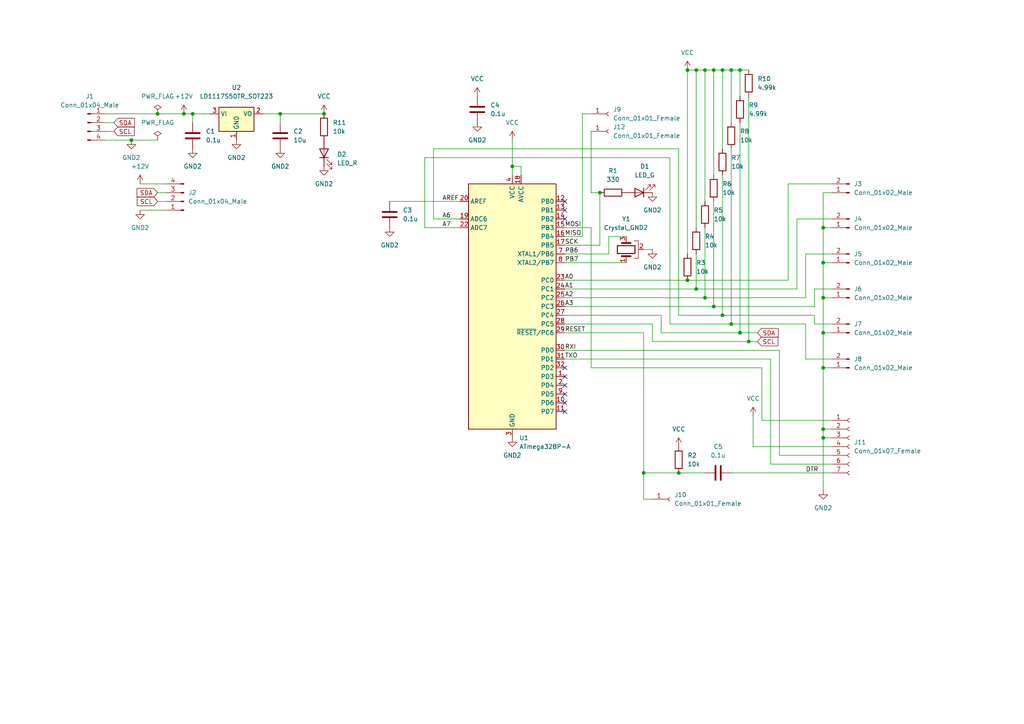
<source format=kicad_sch>
(kicad_sch (version 20230121) (generator eeschema)
  (paper "A4")
  (lib_symbols
    (symbol "Connector:Conn_01x01_Female" (pin_names (offset 1.016) hide)
      (property "Reference" "J" (at 0 2.54 0))
      (property "Value" "Conn_01x01_Female" (at 0 -2.54 0))
      (symbol "Conn_01x01_Female_1_1"
        (polyline (pts (xy -1.27 0) (xy -0.508 0)) (stroke (width 0.1524)))
        (arc (start 0 0.508) (mid -0.5058 0) (end 0 -0.508) (stroke (width 0.1524)))
        (pin passive line (at -5.08 0 0) (length 3.81) (name "Pin_1") (number "1"))
      )
    )
    (symbol "Connector:Conn_01x02_Male" (pin_names (offset 1.016) hide)
      (property "Reference" "J" (at 0 2.54 0))
      (property "Value" "Conn_01x02_Male" (at 0 -5.08 0))
      (symbol "Conn_01x02_Male_1_1"
        (polyline (pts (xy 1.27 -2.54) (xy 0.8636 -2.54)) (stroke (width 0.1524)))
        (polyline (pts (xy 1.27 0) (xy 0.8636 0)) (stroke (width 0.1524)))
        (rectangle (start 0.8636 -2.413) (end 0 -2.667) (stroke (width 0.1524)) (fill (type outline)))
        (rectangle (start 0.8636 0.127) (end 0 -0.127) (stroke (width 0.1524)) (fill (type outline)))
        (pin passive line (at 5.08 0 180) (length 3.81) (name "Pin_1") (number "1"))
        (pin passive line (at 5.08 -2.54 180) (length 3.81) (name "Pin_2") (number "2"))
      )
    )
    (symbol "Connector:Conn_01x04_Male" (pin_names (offset 1.016) hide)
      (property "Reference" "J" (at 0 5.08 0))
      (property "Value" "Conn_01x04_Male" (at 0 -7.62 0))
      (symbol "Conn_01x04_Male_1_1"
        (polyline (pts (xy 1.27 -5.08) (xy 0.8636 -5.08)) (stroke (width 0.1524)))
        (polyline (pts (xy 1.27 -2.54) (xy 0.8636 -2.54)) (stroke (width 0.1524)))
        (polyline (pts (xy 1.27 0) (xy 0.8636 0)) (stroke (width 0.1524)))
        (polyline (pts (xy 1.27 2.54) (xy 0.8636 2.54)) (stroke (width 0.1524)))
        (rectangle (start 0.8636 -4.953) (end 0 -5.207) (stroke (width 0.1524)) (fill (type outline)))
        (rectangle (start 0.8636 -2.413) (end 0 -2.667) (stroke (width 0.1524)) (fill (type outline)))
        (rectangle (start 0.8636 0.127) (end 0 -0.127) (stroke (width 0.1524)) (fill (type outline)))
        (rectangle (start 0.8636 2.667) (end 0 2.413) (stroke (width 0.1524)) (fill (type outline)))
        (pin passive line (at 5.08 2.54 180) (length 3.81) (name "Pin_1") (number "1"))
        (pin passive line (at 5.08 0 180) (length 3.81) (name "Pin_2") (number "2"))
        (pin passive line (at 5.08 -2.54 180) (length 3.81) (name "Pin_3") (number "3"))
        (pin passive line (at 5.08 -5.08 180) (length 3.81) (name "Pin_4") (number "4"))
      )
    )
    (symbol "Connector:Conn_01x07_Female" (pin_names (offset 1.016) hide)
      (property "Reference" "J" (at 0 10.16 0))
      (property "Value" "Conn_01x07_Female" (at 0 -10.16 0))
      (symbol "Conn_01x07_Female_1_1"
        (arc (start 0 -7.112) (mid -0.5058 -7.62) (end 0 -8.128) (stroke (width 0.1524)))
        (arc (start 0 -4.572) (mid -0.5058 -5.08) (end 0 -5.588) (stroke (width 0.1524)))
        (arc (start 0 -2.032) (mid -0.5058 -2.54) (end 0 -3.048) (stroke (width 0.1524)))
        (polyline (pts (xy -1.27 -7.62) (xy -0.508 -7.62)) (stroke (width 0.1524)))
        (polyline (pts (xy -1.27 -5.08) (xy -0.508 -5.08)) (stroke (width 0.1524)))
        (polyline (pts (xy -1.27 -2.54) (xy -0.508 -2.54)) (stroke (width 0.1524)))
        (polyline (pts (xy -1.27 0) (xy -0.508 0)) (stroke (width 0.1524)))
        (polyline (pts (xy -1.27 2.54) (xy -0.508 2.54)) (stroke (width 0.1524)))
        (polyline (pts (xy -1.27 5.08) (xy -0.508 5.08)) (stroke (width 0.1524)))
        (polyline (pts (xy -1.27 7.62) (xy -0.508 7.62)) (stroke (width 0.1524)))
        (arc (start 0 0.508) (mid -0.5058 0) (end 0 -0.508) (stroke (width 0.1524)))
        (arc (start 0 3.048) (mid -0.5058 2.54) (end 0 2.032) (stroke (width 0.1524)))
        (arc (start 0 5.588) (mid -0.5058 5.08) (end 0 4.572) (stroke (width 0.1524)))
        (arc (start 0 8.128) (mid -0.5058 7.62) (end 0 7.112) (stroke (width 0.1524)))
        (pin passive line (at -5.08 7.62 0) (length 3.81) (name "Pin_1") (number "1"))
        (pin passive line (at -5.08 5.08 0) (length 3.81) (name "Pin_2") (number "2"))
        (pin passive line (at -5.08 2.54 0) (length 3.81) (name "Pin_3") (number "3"))
        (pin passive line (at -5.08 0 0) (length 3.81) (name "Pin_4") (number "4"))
        (pin passive line (at -5.08 -2.54 0) (length 3.81) (name "Pin_5") (number "5"))
        (pin passive line (at -5.08 -5.08 0) (length 3.81) (name "Pin_6") (number "6"))
        (pin passive line (at -5.08 -7.62 0) (length 3.81) (name "Pin_7") (number "7"))
      )
    )
    (symbol "Device:C" (pin_numbers hide) (pin_names (offset 0.254))
      (property "Reference" "C" (at 0.635 2.54 0))
      (property "Value" "C" (at 0.635 -2.54 0))
      (symbol "C_0_1"
        (polyline (pts (xy -2.032 -0.762) (xy 2.032 -0.762)) (stroke (width 0.508)))
        (polyline (pts (xy -2.032 0.762) (xy 2.032 0.762)) (stroke (width 0.508)))
      )
      (symbol "C_1_1"
        (pin passive line (at 0 3.81 270) (length 2.794) (name "~") (number "1"))
        (pin passive line (at 0 -3.81 90) (length 2.794) (name "~") (number "2"))
      )
    )
    (symbol "Device:Crystal_GND2" (pin_names (offset 1.016) hide)
      (property "Reference" "Y" (at 0 5.715 0))
      (property "Value" "Crystal_GND2" (at 0 3.81 0))
      (symbol "Crystal_GND2_0_1"
        (rectangle (start -1.143 2.54) (end 1.143 -2.54) (stroke (width 0.3048)))
        (polyline (pts (xy -2.54 0) (xy -1.905 0)))
        (polyline (pts (xy -1.905 -1.27) (xy -1.905 1.27)) (stroke (width 0.508)))
        (polyline (pts (xy 0 -3.81) (xy 0 -3.556)))
        (polyline (pts (xy 1.905 0) (xy 2.54 0)))
        (polyline (pts (xy 1.905 1.27) (xy 1.905 -1.27)) (stroke (width 0.508)))
        (polyline (pts (xy -2.54 -2.286) (xy -2.54 -3.556) (xy 2.54 -3.556) (xy 2.54 -2.286)))
      )
      (symbol "Crystal_GND2_1_1"
        (pin passive line (at -3.81 0 0) (length 1.27) (name "1") (number "1"))
        (pin passive line (at 0 -5.08 90) (length 1.27) (name "2") (number "2"))
        (pin passive line (at 3.81 0 180) (length 1.27) (name "3") (number "3"))
      )
    )
    (symbol "Device:LED" (pin_numbers hide) (pin_names (offset 1.016) hide)
      (property "Reference" "D" (at 0 2.54 0))
      (property "Value" "LED" (at 0 -2.54 0))
      (symbol "LED_0_1"
        (polyline (pts (xy -1.27 -1.27) (xy -1.27 1.27)) (stroke (width 0.254)))
        (polyline (pts (xy -1.27 0) (xy 1.27 0)))
        (polyline (pts (xy 1.27 -1.27) (xy 1.27 1.27) (xy -1.27 0) (xy 1.27 -1.27)) (stroke (width 0.254)))
        (polyline (pts (xy -3.048 -0.762) (xy -4.572 -2.286) (xy -3.81 -2.286) (xy -4.572 -2.286) (xy -4.572 -1.524)))
        (polyline (pts (xy -1.778 -0.762) (xy -3.302 -2.286) (xy -2.54 -2.286) (xy -3.302 -2.286) (xy -3.302 -1.524)))
      )
      (symbol "LED_1_1"
        (pin passive line (at -3.81 0 0) (length 2.54) (name "K") (number "1"))
        (pin passive line (at 3.81 0 180) (length 2.54) (name "A") (number "2"))
      )
    )
    (symbol "Device:R" (pin_numbers hide) (pin_names (offset 0))
      (property "Reference" "R" (at 2.032 0 90))
      (property "Value" "R" (at 0 0 90))
      (symbol "R_0_1"
        (rectangle (start -1.016 -2.54) (end 1.016 2.54) (stroke (width 0.254)))
      )
      (symbol "R_1_1"
        (pin passive line (at 0 3.81 270) (length 1.27) (name "~") (number "1"))
        (pin passive line (at 0 -3.81 90) (length 1.27) (name "~") (number "2"))
      )
    )
    (symbol "MCU_Microchip_ATmega:ATmega328P-A"
      (property "Reference" "U" (at -12.7 36.83 0))
      (property "Value" "ATmega328P-A" (at 2.54 -36.83 0))
      (symbol "ATmega328P-A_0_1"
        (rectangle (start -12.7 -35.56) (end 12.7 35.56) (stroke (width 0.254)) (fill (type background)))
      )
      (symbol "ATmega328P-A_1_1"
        (pin bidirectional line (at 15.24 -20.32 180) (length 2.54) (name "PD3") (number "1"))
        (pin bidirectional line (at 15.24 -27.94 180) (length 2.54) (name "PD6") (number "10"))
        (pin bidirectional line (at 15.24 -30.48 180) (length 2.54) (name "PD7") (number "11"))
        (pin bidirectional line (at 15.24 30.48 180) (length 2.54) (name "PB0") (number "12"))
        (pin bidirectional line (at 15.24 27.94 180) (length 2.54) (name "PB1") (number "13"))
        (pin bidirectional line (at 15.24 25.4 180) (length 2.54) (name "PB2") (number "14"))
        (pin bidirectional line (at 15.24 22.86 180) (length 2.54) (name "PB3") (number "15"))
        (pin bidirectional line (at 15.24 20.32 180) (length 2.54) (name "PB4") (number "16"))
        (pin bidirectional line (at 15.24 17.78 180) (length 2.54) (name "PB5") (number "17"))
        (pin power_in line (at 2.54 38.1 270) (length 2.54) (name "AVCC") (number "18"))
        (pin input line (at -15.24 25.4 0) (length 2.54) (name "ADC6") (number "19"))
        (pin bidirectional line (at 15.24 -22.86 180) (length 2.54) (name "PD4") (number "2"))
        (pin passive line (at -15.24 30.48 0) (length 2.54) (name "AREF") (number "20"))
        (pin passive line (at 0 -38.1 90) (length 2.54) hide (name "GND") (number "21"))
        (pin input line (at -15.24 22.86 0) (length 2.54) (name "ADC7") (number "22"))
        (pin bidirectional line (at 15.24 7.62 180) (length 2.54) (name "PC0") (number "23"))
        (pin bidirectional line (at 15.24 5.08 180) (length 2.54) (name "PC1") (number "24"))
        (pin bidirectional line (at 15.24 2.54 180) (length 2.54) (name "PC2") (number "25"))
        (pin bidirectional line (at 15.24 0 180) (length 2.54) (name "PC3") (number "26"))
        (pin bidirectional line (at 15.24 -2.54 180) (length 2.54) (name "PC4") (number "27"))
        (pin bidirectional line (at 15.24 -5.08 180) (length 2.54) (name "PC5") (number "28"))
        (pin bidirectional line (at 15.24 -7.62 180) (length 2.54) (name "~{RESET}/PC6") (number "29"))
        (pin power_in line (at 0 -38.1 90) (length 2.54) (name "GND") (number "3"))
        (pin bidirectional line (at 15.24 -12.7 180) (length 2.54) (name "PD0") (number "30"))
        (pin bidirectional line (at 15.24 -15.24 180) (length 2.54) (name "PD1") (number "31"))
        (pin bidirectional line (at 15.24 -17.78 180) (length 2.54) (name "PD2") (number "32"))
        (pin power_in line (at 0 38.1 270) (length 2.54) (name "VCC") (number "4"))
        (pin passive line (at 0 -38.1 90) (length 2.54) hide (name "GND") (number "5"))
        (pin passive line (at 0 38.1 270) (length 2.54) hide (name "VCC") (number "6"))
        (pin bidirectional line (at 15.24 15.24 180) (length 2.54) (name "XTAL1/PB6") (number "7"))
        (pin bidirectional line (at 15.24 12.7 180) (length 2.54) (name "XTAL2/PB7") (number "8"))
        (pin bidirectional line (at 15.24 -25.4 180) (length 2.54) (name "PD5") (number "9"))
      )
    )
    (symbol "Regulator_Linear:LD1117S50TR_SOT223"
      (property "Reference" "U" (at -3.81 3.175 0))
      (property "Value" "LD1117S50TR_SOT223" (at 0 3.175 0))
      (symbol "LD1117S50TR_SOT223_0_1"
        (rectangle (start -5.08 -5.08) (end 5.08 1.905) (stroke (width 0.254)) (fill (type background)))
      )
      (symbol "LD1117S50TR_SOT223_1_1"
        (pin power_in line (at 0 -7.62 90) (length 2.54) (name "GND") (number "1"))
        (pin power_out line (at 7.62 0 180) (length 2.54) (name "VO") (number "2"))
        (pin power_in line (at -7.62 0 0) (length 2.54) (name "VI") (number "3"))
      )
    )
    (symbol "power:+12V" (power) (pin_names (offset 0))
      (property "Value" "+12V" (at 0 3.556 0))
      (symbol "+12V_0_1"
        (polyline (pts (xy -0.762 1.27) (xy 0 2.54)))
        (polyline (pts (xy 0 0) (xy 0 2.54)))
        (polyline (pts (xy 0 2.54) (xy 0.762 1.27)))
      )
      (symbol "+12V_1_1"
        (pin power_in line (at 0 0 90) (length 0) hide (name "+12V") (number "1"))
      )
    )
    (symbol "power:GND2" (power) (pin_names (offset 0))
      (property "Value" "GND2" (at 0 -3.81 0))
      (symbol "GND2_0_1"
        (polyline (pts (xy 0 0) (xy 0 -1.27) (xy 1.27 -1.27) (xy 0 -2.54) (xy -1.27 -1.27) (xy 0 -1.27)))
      )
      (symbol "GND2_1_1"
        (pin power_in line (at 0 0 270) (length 0) hide (name "GND2") (number "1"))
      )
    )
    (symbol "power:PWR_FLAG" (power) (pin_numbers hide) (pin_names (offset 0) hide)
      (property "Value" "PWR_FLAG" (at 0 3.81 0))
      (symbol "PWR_FLAG_0_0"
        (pin power_out line (at 0 0 90) (length 0) (name "pwr") (number "1"))
      )
      (symbol "PWR_FLAG_0_1"
        (polyline (pts (xy 0 0) (xy 0 1.27) (xy -1.016 1.905) (xy 0 2.54) (xy 1.016 1.905) (xy 0 1.27)))
      )
    )
    (symbol "power:VCC" (power) (pin_names (offset 0))
      (property "Value" "VCC" (at 0 3.81 0))
      (symbol "VCC_0_1"
        (polyline (pts (xy -0.762 1.27) (xy 0 2.54)))
        (polyline (pts (xy 0 0) (xy 0 2.54)))
        (polyline (pts (xy 0 2.54) (xy 0.762 1.27)))
      )
      (symbol "VCC_1_1"
        (pin power_in line (at 0 0 90) (length 0) hide (name "VCC") (number "1"))
      )
    )
  )
  (junction (at 238.76 106.68))
  (junction (at 93.98 33.02))
  (junction (at 214.63 96.52))
  (junction (at 204.47 20.32))
  (junction (at 217.17 99.06))
  (junction (at 238.76 127))
  (junction (at 238.76 96.52))
  (junction (at 209.55 91.44))
  (junction (at 199.39 81.28))
  (junction (at 201.93 20.32))
  (junction (at 238.76 124.46))
  (junction (at 55.88 33.02))
  (junction (at 204.47 86.36))
  (junction (at 38.1 40.64))
  (junction (at 201.93 83.82))
  (junction (at 173.99 55.88))
  (junction (at 207.01 20.32))
  (junction (at 199.39 20.32))
  (junction (at 81.28 33.02))
  (junction (at 196.85 137.16))
  (junction (at 238.76 66.04))
  (junction (at 214.63 20.32))
  (junction (at 238.76 86.36))
  (junction (at 148.59 48.26))
  (junction (at 212.09 20.32))
  (junction (at 45.72 33.02))
  (junction (at 209.55 20.32))
  (junction (at 212.09 93.98))
  (junction (at 238.76 76.2))
  (junction (at 186.69 137.16))
  (junction (at 207.01 88.9))
  (junction (at 53.34 33.02))
  (no_connect (at 163.83 116.84))
  (no_connect (at 163.83 106.68))
  (no_connect (at 163.83 60.96))
  (no_connect (at 163.83 114.3))
  (no_connect (at 163.83 119.38))
  (no_connect (at 163.83 58.42))
  (no_connect (at 163.83 63.5))
  (no_connect (at 163.83 109.22))
  (no_connect (at 163.83 111.76))
  (wire (pts (xy 238.76 124.46) (xy 241.3 124.46)))
  (wire (pts (xy 176.53 73.66) (xy 176.53 68.58)))
  (wire (pts (xy 228.6 81.28) (xy 228.6 53.34)))
  (wire (pts (xy 125.73 43.18) (xy 125.73 63.5)))
  (wire (pts (xy 218.44 129.54) (xy 241.3 129.54)))
  (wire (pts (xy 238.76 55.88) (xy 241.3 55.88)))
  (wire (pts (xy 236.22 93.98) (xy 236.22 91.44)))
  (wire (pts (xy 201.93 83.82) (xy 231.14 83.82)))
  (wire (pts (xy 168.91 68.58) (xy 163.83 68.58)))
  (wire (pts (xy 163.83 83.82) (xy 201.93 83.82)))
  (wire (pts (xy 238.76 127) (xy 238.76 142.24)))
  (wire (pts (xy 241.3 121.92) (xy 220.98 121.92)))
  (wire (pts (xy 226.06 101.6) (xy 226.06 132.08)))
  (wire (pts (xy 196.85 43.18) (xy 125.73 43.18)))
  (wire (pts (xy 204.47 20.32) (xy 204.47 58.42)))
  (wire (pts (xy 30.48 33.02) (xy 45.72 33.02)))
  (wire (pts (xy 204.47 20.32) (xy 207.01 20.32)))
  (wire (pts (xy 123.19 66.04) (xy 133.35 66.04)))
  (wire (pts (xy 236.22 83.82) (xy 241.3 83.82)))
  (wire (pts (xy 238.76 106.68) (xy 238.76 124.46)))
  (wire (pts (xy 228.6 53.34) (xy 241.3 53.34)))
  (wire (pts (xy 233.68 73.66) (xy 233.68 86.36)))
  (wire (pts (xy 233.68 104.14) (xy 241.3 104.14)))
  (wire (pts (xy 209.55 50.8) (xy 209.55 91.44)))
  (wire (pts (xy 196.85 91.44) (xy 209.55 91.44)))
  (wire (pts (xy 201.93 73.66) (xy 201.93 83.82)))
  (wire (pts (xy 40.64 60.96) (xy 48.26 60.96)))
  (wire (pts (xy 163.83 88.9) (xy 207.01 88.9)))
  (wire (pts (xy 163.83 96.52) (xy 186.69 96.52)))
  (wire (pts (xy 209.55 20.32) (xy 209.55 43.18)))
  (wire (pts (xy 231.14 63.5) (xy 231.14 83.82)))
  (wire (pts (xy 220.98 106.68) (xy 171.45 106.68)))
  (wire (pts (xy 214.63 20.32) (xy 214.63 27.94)))
  (wire (pts (xy 201.93 20.32) (xy 201.93 66.04)))
  (wire (pts (xy 81.28 33.02) (xy 81.28 35.56)))
  (wire (pts (xy 207.01 58.42) (xy 207.01 88.9)))
  (wire (pts (xy 238.76 124.46) (xy 238.76 127)))
  (wire (pts (xy 212.09 20.32) (xy 214.63 20.32)))
  (wire (pts (xy 194.31 93.98) (xy 212.09 93.98)))
  (wire (pts (xy 123.19 45.72) (xy 123.19 66.04)))
  (wire (pts (xy 55.88 33.02) (xy 60.96 33.02)))
  (wire (pts (xy 151.13 48.26) (xy 148.59 48.26)))
  (wire (pts (xy 163.83 104.14) (xy 223.52 104.14)))
  (wire (pts (xy 125.73 63.5) (xy 133.35 63.5)))
  (wire (pts (xy 163.83 93.98) (xy 189.23 93.98)))
  (wire (pts (xy 207.01 20.32) (xy 209.55 20.32)))
  (wire (pts (xy 76.2 33.02) (xy 81.28 33.02)))
  (wire (pts (xy 55.88 33.02) (xy 55.88 35.56)))
  (wire (pts (xy 196.85 137.16) (xy 204.47 137.16)))
  (wire (pts (xy 171.45 55.88) (xy 173.99 55.88)))
  (wire (pts (xy 148.59 48.26) (xy 148.59 50.8)))
  (wire (pts (xy 196.85 91.44) (xy 196.85 43.18)))
  (wire (pts (xy 163.83 71.12) (xy 173.99 71.12)))
  (wire (pts (xy 163.83 101.6) (xy 226.06 101.6)))
  (wire (pts (xy 233.68 93.98) (xy 233.68 104.14)))
  (wire (pts (xy 163.83 81.28) (xy 199.39 81.28)))
  (wire (pts (xy 45.72 58.42) (xy 48.26 58.42)))
  (wire (pts (xy 171.45 66.04) (xy 163.83 66.04)))
  (wire (pts (xy 209.55 20.32) (xy 212.09 20.32)))
  (wire (pts (xy 163.83 91.44) (xy 191.77 91.44)))
  (wire (pts (xy 151.13 50.8) (xy 151.13 48.26)))
  (wire (pts (xy 113.03 58.42) (xy 133.35 58.42)))
  (wire (pts (xy 45.72 40.64) (xy 38.1 40.64)))
  (wire (pts (xy 189.23 99.06) (xy 217.17 99.06)))
  (wire (pts (xy 53.34 33.02) (xy 55.88 33.02)))
  (wire (pts (xy 241.3 73.66) (xy 233.68 73.66)))
  (wire (pts (xy 148.59 40.64) (xy 148.59 48.26)))
  (wire (pts (xy 207.01 88.9) (xy 236.22 88.9)))
  (wire (pts (xy 199.39 20.32) (xy 201.93 20.32)))
  (wire (pts (xy 212.09 137.16) (xy 241.3 137.16)))
  (wire (pts (xy 186.69 72.39) (xy 189.23 72.39)))
  (wire (pts (xy 163.83 73.66) (xy 176.53 73.66)))
  (wire (pts (xy 217.17 99.06) (xy 219.71 99.06)))
  (wire (pts (xy 199.39 81.28) (xy 228.6 81.28)))
  (wire (pts (xy 220.98 121.92) (xy 220.98 106.68)))
  (wire (pts (xy 194.31 93.98) (xy 194.31 45.72)))
  (wire (pts (xy 186.69 96.52) (xy 186.69 137.16)))
  (wire (pts (xy 238.76 76.2) (xy 241.3 76.2)))
  (wire (pts (xy 204.47 66.04) (xy 204.47 86.36)))
  (wire (pts (xy 45.72 55.88) (xy 48.26 55.88)))
  (wire (pts (xy 186.69 137.16) (xy 196.85 137.16)))
  (wire (pts (xy 236.22 88.9) (xy 236.22 83.82)))
  (wire (pts (xy 176.53 68.58) (xy 181.61 68.58)))
  (wire (pts (xy 189.23 93.98) (xy 189.23 99.06)))
  (wire (pts (xy 238.76 76.2) (xy 238.76 66.04)))
  (wire (pts (xy 212.09 20.32) (xy 212.09 35.56)))
  (wire (pts (xy 204.47 86.36) (xy 233.68 86.36)))
  (wire (pts (xy 45.72 33.02) (xy 53.34 33.02)))
  (wire (pts (xy 189.23 144.78) (xy 186.69 144.78)))
  (wire (pts (xy 163.83 76.2) (xy 181.61 76.2)))
  (wire (pts (xy 238.76 96.52) (xy 238.76 86.36)))
  (wire (pts (xy 238.76 96.52) (xy 241.3 96.52)))
  (wire (pts (xy 81.28 33.02) (xy 93.98 33.02)))
  (wire (pts (xy 223.52 104.14) (xy 223.52 134.62)))
  (wire (pts (xy 217.17 27.94) (xy 217.17 99.06)))
  (wire (pts (xy 241.3 93.98) (xy 236.22 93.98)))
  (wire (pts (xy 214.63 35.56) (xy 214.63 96.52)))
  (wire (pts (xy 241.3 134.62) (xy 223.52 134.62)))
  (wire (pts (xy 199.39 73.66) (xy 199.39 20.32)))
  (wire (pts (xy 173.99 71.12) (xy 173.99 55.88)))
  (wire (pts (xy 209.55 91.44) (xy 236.22 91.44)))
  (wire (pts (xy 30.48 35.56) (xy 33.02 35.56)))
  (wire (pts (xy 238.76 66.04) (xy 241.3 66.04)))
  (wire (pts (xy 238.76 127) (xy 241.3 127)))
  (wire (pts (xy 191.77 91.44) (xy 191.77 96.52)))
  (wire (pts (xy 168.91 33.02) (xy 168.91 68.58)))
  (wire (pts (xy 238.76 86.36) (xy 238.76 76.2)))
  (wire (pts (xy 238.76 66.04) (xy 238.76 55.88)))
  (wire (pts (xy 238.76 106.68) (xy 241.3 106.68)))
  (wire (pts (xy 201.93 20.32) (xy 204.47 20.32)))
  (wire (pts (xy 194.31 45.72) (xy 123.19 45.72)))
  (wire (pts (xy 238.76 86.36) (xy 241.3 86.36)))
  (wire (pts (xy 212.09 43.18) (xy 212.09 93.98)))
  (wire (pts (xy 214.63 20.32) (xy 217.17 20.32)))
  (wire (pts (xy 191.77 96.52) (xy 214.63 96.52)))
  (wire (pts (xy 171.45 33.02) (xy 168.91 33.02)))
  (wire (pts (xy 214.63 96.52) (xy 219.71 96.52)))
  (wire (pts (xy 171.45 106.68) (xy 171.45 66.04)))
  (wire (pts (xy 163.83 86.36) (xy 204.47 86.36)))
  (wire (pts (xy 171.45 38.1) (xy 171.45 55.88)))
  (wire (pts (xy 207.01 20.32) (xy 207.01 50.8)))
  (wire (pts (xy 40.64 53.34) (xy 48.26 53.34)))
  (wire (pts (xy 186.69 144.78) (xy 186.69 137.16)))
  (wire (pts (xy 30.48 40.64) (xy 38.1 40.64)))
  (wire (pts (xy 212.09 93.98) (xy 233.68 93.98)))
  (wire (pts (xy 218.44 120.65) (xy 218.44 129.54)))
  (wire (pts (xy 238.76 106.68) (xy 238.76 96.52)))
  (wire (pts (xy 30.48 38.1) (xy 33.02 38.1)))
  (wire (pts (xy 226.06 132.08) (xy 241.3 132.08)))
  (wire (pts (xy 241.3 63.5) (xy 231.14 63.5)))
  (label "TXO" (at 163.83 104.14 0))
  (label "DTR" (at 233.68 137.16 0))
  (label "A1" (at 163.83 83.82 0))
  (label "A3" (at 163.83 88.9 0))
  (label "MISO" (at 163.83 68.58 0))
  (label "A2" (at 163.83 86.36 0))
  (label "MOSI" (at 163.83 66.04 0))
  (label "SCK" (at 163.83 71.12 0))
  (label "PB7" (at 163.83 76.2 0))
  (label "PB6" (at 163.83 73.66 0))
  (label "RESET" (at 163.83 96.52 0))
  (label "RXI" (at 163.83 101.6 0))
  (label "A6" (at 128.27 63.5 0))
  (label "A0" (at 163.83 81.28 0))
  (label "A7" (at 128.27 66.04 0))
  (label "AREF" (at 128.27 58.42 0))
  (global_label "SDA" (shape input) (at 33.02 35.56 0) (property "Intersheetrefs" "${INTERSHEET_REFS}" (effects hide)))
  (global_label "SCL" (shape input) (at 45.72 58.42 180) (property "Intersheetrefs" "${INTERSHEET_REFS}" (effects hide)))
  (global_label "SDA" (shape input) (at 45.72 55.88 180) (property "Intersheetrefs" "${INTERSHEET_REFS}" (effects hide)))
  (global_label "SCL" (shape input) (at 33.02 38.1 0) (property "Intersheetrefs" "${INTERSHEET_REFS}" (effects hide)))
  (global_label "SDA" (shape input) (at 219.71 96.52 0) (property "Intersheetrefs" "${INTERSHEET_REFS}" (effects hide)))
  (global_label "SCL" (shape input) (at 219.71 99.06 0) (property "Intersheetrefs" "${INTERSHEET_REFS}" (effects hide)))
  (symbol (lib_id "power:GND2") (at 113.03 66.04 0) (unit 1)
    (property "Reference" "#PWR0116" (effects hide))
    (property "Value" "GND2" (at 113.03 71.12 0))
  )
  (symbol (lib_id "power:GND2") (at 55.88 43.18 0) (unit 1)
    (property "Reference" "#PWR03" (effects hide))
    (property "Value" "GND2" (at 55.88 48.26 0))
  )
  (symbol (lib_id "Device:R") (at 207.01 54.61 0) (unit 1)
    (property "Reference" "R6" (at 209.55 53.3399 0) (effects (justify left)))
    (property "Value" "10k" (at 209.55 55.8799 0) (effects (justify left)))
    (property "Footprint" "Resistor_SMD:R_0805_2012Metric" (effects hide))
  )
  (symbol (lib_id "power:VCC") (at 93.98 33.02 0) (unit 1)
    (property "Reference" "#PWR0114" (effects hide))
    (property "Value" "VCC" (at 93.98 27.94 0))
  )
  (symbol (lib_id "Device:R") (at 204.47 62.23 0) (unit 1)
    (property "Reference" "R5" (at 207.01 60.9599 0) (effects (justify left)))
    (property "Value" "10k" (at 207.01 63.4999 0) (effects (justify left)))
    (property "Footprint" "Resistor_SMD:R_0805_2012Metric" (effects hide))
  )
  (symbol (lib_id "Connector:Conn_01x01_Female") (at 176.53 38.1 0) (unit 1)
    (property "Reference" "J12" (at 177.8 36.8299 0) (effects (justify left)))
    (property "Value" "Conn_01x01_Female" (at 177.8 39.3699 0) (effects (justify left)))
    (property "Footprint" "Connector_PinSocket_2.54mm:PinSocket_1x01_P2.54mm_Horizontal" (effects hide))
  )
  (symbol (lib_id "Device:R") (at 212.09 39.37 0) (unit 1)
    (property "Reference" "R8" (at 214.63 38.0999 0) (effects (justify left)))
    (property "Value" "10k" (at 214.63 40.6399 0) (effects (justify left)))
    (property "Footprint" "Resistor_SMD:R_0805_2012Metric" (effects hide))
  )
  (symbol (lib_id "Device:C") (at 81.28 39.37 0) (unit 1)
    (property "Reference" "C2" (at 85.09 38.0999 0) (effects (justify left)))
    (property "Value" "10u" (at 85.09 40.6399 0) (effects (justify left)))
    (property "Footprint" "Capacitor_SMD:C_0805_2012Metric" (effects hide))
  )
  (symbol (lib_id "Device:C") (at 113.03 62.23 180) (unit 1)
    (property "Reference" "C3" (at 116.84 60.9599 0) (effects (justify right)))
    (property "Value" "0.1u" (at 116.84 63.4999 0) (effects (justify right)))
    (property "Footprint" "Capacitor_SMD:C_0603_1608Metric" (effects hide))
  )
  (symbol (lib_id "power:+12V") (at 40.64 53.34 0) (unit 1)
    (property "Reference" "#PWR0112" (effects hide))
    (property "Value" "+12V" (at 40.64 48.26 0))
  )
  (symbol (lib_id "Device:C") (at 208.28 137.16 90) (unit 1)
    (property "Reference" "C5" (at 208.28 129.54 90))
    (property "Value" "0.1u" (at 208.28 132.08 90))
    (property "Footprint" "Capacitor_SMD:C_0603_1608Metric" (effects hide))
  )
  (symbol (lib_id "power:VCC") (at 218.44 120.65 0) (unit 1)
    (property "Reference" "#PWR0101" (effects hide))
    (property "Value" "VCC" (at 218.44 115.57 0))
  )
  (symbol (lib_id "Connector:Conn_01x02_Male") (at 246.38 55.88 180) (unit 1)
    (property "Reference" "J3" (at 247.65 53.3399 0) (effects (justify right)))
    (property "Value" "Conn_01x02_Male" (at 247.65 55.8799 0) (effects (justify right)))
    (property "Footprint" "Connector_JST:JST_XH_S2B-XH-A_1x02_P2.50mm_Horizontal" (effects hide))
  )
  (symbol (lib_id "Connector:Conn_01x04_Male") (at 53.34 58.42 180) (unit 1)
    (property "Reference" "J2" (at 54.61 55.8799 0) (effects (justify right)))
    (property "Value" "Conn_01x04_Male" (at 54.61 58.4199 0) (effects (justify right)))
    (property "Footprint" "Connector_JST:JST_XH_S4B-XH-A_1x04_P2.50mm_Horizontal" (effects hide))
  )
  (symbol (lib_id "Regulator_Linear:LD1117S50TR_SOT223") (at 68.58 33.02 0) (unit 1)
    (property "Reference" "U2" (at 68.58 25.4 0))
    (property "Value" "LD1117S50TR_SOT223" (at 68.58 27.94 0))
    (property "Footprint" "Package_TO_SOT_SMD:SOT-223-3_TabPin2" (effects hide))
    (property "Datasheet" "http://www.st.com/st-web-ui/static/active/en/resource/technical/document/datasheet/CD00000544.pdf" (effects hide))
  )
  (symbol (lib_id "power:GND2") (at 38.1 40.64 0) (unit 1)
    (property "Reference" "#PWR0108" (effects hide))
    (property "Value" "GND2" (at 38.1 45.72 0))
  )
  (symbol (lib_id "power:GND2") (at 40.64 60.96 0) (unit 1)
    (property "Reference" "#PWR02" (effects hide))
    (property "Value" "GND2" (at 40.64 66.04 0))
  )
  (symbol (lib_id "Device:R") (at 196.85 133.35 0) (unit 1)
    (property "Reference" "R2" (at 199.39 132.0799 0) (effects (justify left)))
    (property "Value" "10k" (at 199.39 134.6199 0) (effects (justify left)))
    (property "Footprint" "Resistor_SMD:R_0805_2012Metric" (effects hide))
  )
  (symbol (lib_id "MCU_Microchip_ATmega:ATmega328P-A") (at 148.59 88.9 0) (unit 1)
    (property "Reference" "U1" (at 150.6094 127 0) (effects (justify left)))
    (property "Value" "ATmega328P-A" (at 150.6094 129.54 0) (effects (justify left)))
    (property "Footprint" "Package_QFP:TQFP-32_7x7mm_P0.8mm" (effects hide))
    (property "Datasheet" "http://ww1.microchip.com/downloads/en/DeviceDoc/ATmega328_P%20AVR%20MCU%20with%20picoPower%20Technology%20Data%20Sheet%2040001984A.pdf" (effects hide))
  )
  (symbol (lib_id "Device:Crystal_GND2") (at 181.61 72.39 90) (unit 1)
    (property "Reference" "Y1" (at 182.88 63.5 90) (effects (justify left)))
    (property "Value" "Crystal_GND2" (at 187.96 66.04 90) (effects (justify left)))
    (property "Footprint" "SamacSys_Parts:CSTCE16M0V53R0" (effects hide))
  )
  (symbol (lib_id "Connector:Conn_01x01_Female") (at 176.53 33.02 0) (unit 1)
    (property "Reference" "J9" (at 177.8 31.7499 0) (effects (justify left)))
    (property "Value" "Conn_01x01_Female" (at 177.8 34.2899 0) (effects (justify left)))
    (property "Footprint" "Connector_PinSocket_2.54mm:PinSocket_1x01_P2.54mm_Horizontal" (effects hide))
  )
  (symbol (lib_id "Connector:Conn_01x07_Female") (at 246.38 129.54 0) (unit 1)
    (property "Reference" "J11" (at 247.65 128.2699 0) (effects (justify left)))
    (property "Value" "Conn_01x07_Female" (at 247.65 130.8099 0) (effects (justify left)))
    (property "Footprint" "Connector_PinSocket_2.54mm:PinSocket_1x07_P2.54mm_Horizontal" (effects hide))
  )
  (symbol (lib_id "power:GND2") (at 81.28 43.18 0) (unit 1)
    (property "Reference" "#PWR04" (effects hide))
    (property "Value" "GND2" (at 81.28 48.26 0))
  )
  (symbol (lib_id "Device:LED") (at 93.98 44.45 90) (unit 1)
    (property "Reference" "D2" (at 97.79 44.7674 90) (effects (justify right)))
    (property "Value" "LED_R" (at 97.79 47.3074 90) (effects (justify right)))
    (property "Footprint" "LED_SMD:LED_0603_1608Metric" (effects hide))
  )
  (symbol (lib_id "power:GND2") (at 189.23 72.39 0) (unit 1)
    (property "Reference" "#PWR0122" (effects hide))
    (property "Value" "GND2" (at 189.23 77.47 0))
  )
  (symbol (lib_id "Connector:Conn_01x02_Male") (at 246.38 76.2 180) (unit 1)
    (property "Reference" "J5" (at 247.65 73.6599 0) (effects (justify right)))
    (property "Value" "Conn_01x02_Male" (at 247.65 76.1999 0) (effects (justify right)))
    (property "Footprint" "Connector_JST:JST_XH_S2B-XH-A_1x02_P2.50mm_Horizontal" (effects hide))
  )
  (symbol (lib_id "Connector:Conn_01x02_Male") (at 246.38 106.68 180) (unit 1)
    (property "Reference" "J8" (at 247.65 104.1399 0) (effects (justify right)))
    (property "Value" "Conn_01x02_Male" (at 247.65 106.6799 0) (effects (justify right)))
    (property "Footprint" "Connector_JST:JST_XH_S2B-XH-A_1x02_P2.50mm_Horizontal" (effects hide))
  )
  (symbol (lib_id "Device:R") (at 177.8 55.88 90) (unit 1)
    (property "Reference" "R1" (at 177.8 49.53 90))
    (property "Value" "330" (at 177.8 52.07 90))
    (property "Footprint" "Resistor_SMD:R_0603_1608Metric" (effects hide))
  )
  (symbol (lib_id "power:PWR_FLAG") (at 45.72 33.02 0) (unit 1)
    (property "Reference" "#FLG0102" (effects hide))
    (property "Value" "PWR_FLAG" (at 45.72 27.94 0))
  )
  (symbol (lib_id "Device:R") (at 214.63 31.75 0) (unit 1)
    (property "Reference" "R9" (at 217.17 30.4799 0) (effects (justify left)))
    (property "Value" "4.99k" (at 217.17 33.0199 0) (effects (justify left)))
    (property "Footprint" "Resistor_SMD:R_0603_1608Metric" (effects hide))
  )
  (symbol (lib_id "power:GND2") (at 238.76 142.24 0) (unit 1)
    (property "Reference" "#PWR0104" (effects hide))
    (property "Value" "GND2" (at 238.76 147.32 0))
  )
  (symbol (lib_id "power:VCC") (at 138.43 27.94 0) (unit 1)
    (property "Reference" "#PWR0119" (effects hide))
    (property "Value" "VCC" (at 138.43 22.86 0))
  )
  (symbol (lib_id "Device:R") (at 199.39 77.47 0) (unit 1)
    (property "Reference" "R3" (at 201.93 76.1999 0) (effects (justify left)))
    (property "Value" "10k" (at 201.93 78.7399 0) (effects (justify left)))
    (property "Footprint" "Resistor_SMD:R_0805_2012Metric" (effects hide))
  )
  (symbol (lib_id "Device:R") (at 217.17 24.13 0) (unit 1)
    (property "Reference" "R10" (at 219.71 22.8599 0) (effects (justify left)))
    (property "Value" "4.99k" (at 219.71 25.3999 0) (effects (justify left)))
    (property "Footprint" "Resistor_SMD:R_0603_1608Metric" (effects hide))
  )
  (symbol (lib_id "Device:R") (at 209.55 46.99 0) (unit 1)
    (property "Reference" "R7" (at 212.09 45.7199 0) (effects (justify left)))
    (property "Value" "10k" (at 212.09 48.2599 0) (effects (justify left)))
    (property "Footprint" "Resistor_SMD:R_0805_2012Metric" (effects hide))
  )
  (symbol (lib_id "Device:C") (at 55.88 39.37 0) (unit 1)
    (property "Reference" "C1" (at 59.69 38.0999 0) (effects (justify left)))
    (property "Value" "0.1u" (at 59.69 40.6399 0) (effects (justify left)))
    (property "Footprint" "Capacitor_SMD:C_0603_1608Metric" (effects hide))
  )
  (symbol (lib_id "power:VCC") (at 148.59 40.64 0) (unit 1)
    (property "Reference" "#PWR0118" (effects hide))
    (property "Value" "VCC" (at 148.59 35.56 0))
  )
  (symbol (lib_id "power:VCC") (at 199.39 20.32 0) (unit 1)
    (property "Reference" "#PWR0106" (effects hide))
    (property "Value" "VCC" (at 199.39 15.24 0))
  )
  (symbol (lib_id "Connector:Conn_01x02_Male") (at 246.38 66.04 180) (unit 1)
    (property "Reference" "J4" (at 247.65 63.4999 0) (effects (justify right)))
    (property "Value" "Conn_01x02_Male" (at 247.65 66.0399 0) (effects (justify right)))
    (property "Footprint" "Connector_JST:JST_XH_S2B-XH-A_1x02_P2.50mm_Horizontal" (effects hide))
  )
  (symbol (lib_id "Connector:Conn_01x02_Male") (at 246.38 96.52 180) (unit 1)
    (property "Reference" "J7" (at 247.65 93.9799 0) (effects (justify right)))
    (property "Value" "Conn_01x02_Male" (at 247.65 96.5199 0) (effects (justify right)))
    (property "Footprint" "Connector_JST:JST_XH_S2B-XH-A_1x02_P2.50mm_Horizontal" (effects hide))
  )
  (symbol (lib_id "power:GND2") (at 138.43 35.56 0) (unit 1)
    (property "Reference" "#PWR0117" (effects hide))
    (property "Value" "GND2" (at 138.43 40.64 0))
  )
  (symbol (lib_id "power:GND2") (at 189.23 55.88 0) (unit 1)
    (property "Reference" "#PWR0121" (effects hide))
    (property "Value" "GND2" (at 189.23 60.96 0))
  )
  (symbol (lib_id "Connector:Conn_01x04_Male") (at 25.4 35.56 0) (unit 1)
    (property "Reference" "J1" (at 26.035 27.94 0))
    (property "Value" "Conn_01x04_Male" (at 26.035 30.48 0))
    (property "Footprint" "Connector_JST:JST_XH_S4B-XH-A_1x04_P2.50mm_Horizontal" (effects hide))
  )
  (symbol (lib_id "Connector:Conn_01x02_Male") (at 246.38 86.36 180) (unit 1)
    (property "Reference" "J6" (at 247.65 83.8199 0) (effects (justify right)))
    (property "Value" "Conn_01x02_Male" (at 247.65 86.3599 0) (effects (justify right)))
    (property "Footprint" "Connector_JST:JST_XH_S2B-XH-A_1x02_P2.50mm_Horizontal" (effects hide))
  )
  (symbol (lib_id "power:GND2") (at 93.98 48.26 0) (unit 1)
    (property "Reference" "#PWR01" (effects hide))
    (property "Value" "GND2" (at 93.98 53.34 0))
  )
  (symbol (lib_id "power:VCC") (at 196.85 129.54 0) (unit 1)
    (property "Reference" "#PWR0105" (effects hide))
    (property "Value" "VCC" (at 196.85 124.46 0))
  )
  (symbol (lib_id "Connector:Conn_01x01_Female") (at 194.31 144.78 0) (unit 1)
    (property "Reference" "J10" (at 195.58 143.5099 0) (effects (justify left)))
    (property "Value" "Conn_01x01_Female" (at 195.58 146.0499 0) (effects (justify left)))
    (property "Footprint" "Connector_PinSocket_2.54mm:PinSocket_1x01_P2.54mm_Horizontal" (effects hide))
  )
  (symbol (lib_id "power:+12V") (at 53.34 33.02 0) (unit 1)
    (property "Reference" "#PWR0113" (effects hide))
    (property "Value" "+12V" (at 53.34 27.94 0))
  )
  (symbol (lib_id "power:GND2") (at 148.59 127 0) (unit 1)
    (property "Reference" "#PWR0120" (effects hide))
    (property "Value" "GND2" (at 148.59 132.08 0))
  )
  (symbol (lib_id "Device:R") (at 201.93 69.85 0) (unit 1)
    (property "Reference" "R4" (at 204.47 68.5799 0) (effects (justify left)))
    (property "Value" "10k" (at 204.47 71.1199 0) (effects (justify left)))
    (property "Footprint" "Resistor_SMD:R_0805_2012Metric" (effects hide))
  )
  (symbol (lib_id "power:PWR_FLAG") (at 45.72 40.64 0) (unit 1)
    (property "Reference" "#FLG0103" (effects hide))
    (property "Value" "PWR_FLAG" (at 45.72 35.56 0))
  )
  (symbol (lib_id "Device:C") (at 138.43 31.75 180) (unit 1)
    (property "Reference" "C4" (at 142.24 30.4799 0) (effects (justify right)))
    (property "Value" "0.1u" (at 142.24 33.0199 0) (effects (justify right)))
    (property "Footprint" "Capacitor_SMD:C_0603_1608Metric" (effects hide))
  )
  (symbol (lib_id "power:GND2") (at 68.58 40.64 0) (unit 1)
    (property "Reference" "#PWR0115" (effects hide))
    (property "Value" "GND2" (at 68.58 45.72 0))
  )
  (symbol (lib_id "Device:R") (at 93.98 36.83 0) (unit 1)
    (property "Reference" "R11" (at 96.52 35.5599 0) (effects (justify left)))
    (property "Value" "10k" (at 96.52 38.0999 0) (effects (justify left)))
    (property "Footprint" "Resistor_SMD:R_0805_2012Metric" (effects hide))
  )
  (symbol (lib_id "Device:LED") (at 185.42 55.88 180) (unit 1)
    (property "Reference" "D1" (at 187.0075 48.26 0))
    (property "Value" "LED_G" (at 187.0075 50.8 0))
    (property "Footprint" "LED_SMD:LED_0603_1608Metric" (effects hide))
  )
)
</source>
